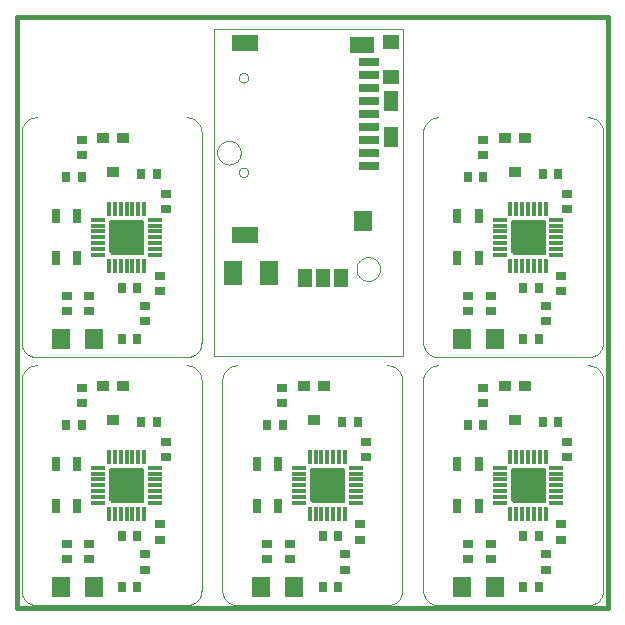
<source format=gtp>
G75*
G70*
%OFA0B0*%
%FSLAX24Y24*%
%IPPOS*%
%LPD*%
%AMOC8*
5,1,8,0,0,1.08239X$1,22.5*
%
%ADD10C,0.0160*%
%ADD11C,0.0000*%
%ADD12R,0.0118X0.0453*%
%ADD13R,0.0453X0.0118*%
%ADD14C,0.0059*%
%ADD15R,0.0276X0.0354*%
%ADD16R,0.0354X0.0276*%
%ADD17R,0.0394X0.0354*%
%ADD18R,0.0433X0.0354*%
%ADD19R,0.0315X0.0472*%
%ADD20R,0.0630X0.0709*%
%ADD21R,0.0709X0.0315*%
%ADD22R,0.0787X0.0551*%
%ADD23R,0.0866X0.0551*%
%ADD24R,0.0460X0.0630*%
%ADD25R,0.0551X0.0472*%
%ADD26R,0.0472X0.0709*%
%ADD27R,0.0591X0.0787*%
D10*
X000180Y000180D02*
X000180Y019865D01*
X019865Y019865D01*
X019865Y000180D01*
X000180Y000180D01*
D11*
X000322Y000759D02*
X000322Y007759D01*
X000324Y007803D01*
X000330Y007846D01*
X000339Y007888D01*
X000352Y007930D01*
X000369Y007970D01*
X000389Y008009D01*
X000412Y008046D01*
X000439Y008080D01*
X000468Y008113D01*
X000501Y008142D01*
X000535Y008169D01*
X000572Y008192D01*
X000611Y008212D01*
X000651Y008229D01*
X000693Y008242D01*
X000735Y008251D01*
X000778Y008257D01*
X000822Y008259D01*
X000822Y008526D02*
X005822Y008526D01*
X005866Y008528D01*
X005909Y008534D01*
X005951Y008543D01*
X005993Y008556D01*
X006033Y008573D01*
X006072Y008593D01*
X006109Y008616D01*
X006143Y008643D01*
X006176Y008672D01*
X006205Y008705D01*
X006232Y008739D01*
X006255Y008776D01*
X006275Y008815D01*
X006292Y008855D01*
X006305Y008897D01*
X006314Y008939D01*
X006320Y008982D01*
X006322Y009026D01*
X006322Y016026D01*
X006320Y016070D01*
X006314Y016113D01*
X006305Y016155D01*
X006292Y016197D01*
X006275Y016237D01*
X006255Y016276D01*
X006232Y016313D01*
X006205Y016347D01*
X006176Y016380D01*
X006143Y016409D01*
X006109Y016436D01*
X006072Y016459D01*
X006033Y016479D01*
X005993Y016496D01*
X005951Y016509D01*
X005909Y016518D01*
X005866Y016524D01*
X005822Y016526D01*
X006843Y015347D02*
X006845Y015386D01*
X006851Y015425D01*
X006861Y015463D01*
X006874Y015500D01*
X006891Y015535D01*
X006911Y015569D01*
X006935Y015600D01*
X006962Y015629D01*
X006991Y015655D01*
X007023Y015678D01*
X007057Y015698D01*
X007093Y015714D01*
X007130Y015726D01*
X007169Y015735D01*
X007208Y015740D01*
X007247Y015741D01*
X007286Y015738D01*
X007325Y015731D01*
X007362Y015720D01*
X007399Y015706D01*
X007434Y015688D01*
X007467Y015667D01*
X007498Y015642D01*
X007526Y015615D01*
X007551Y015585D01*
X007573Y015552D01*
X007592Y015518D01*
X007607Y015482D01*
X007619Y015444D01*
X007627Y015406D01*
X007631Y015367D01*
X007631Y015327D01*
X007627Y015288D01*
X007619Y015250D01*
X007607Y015212D01*
X007592Y015176D01*
X007573Y015142D01*
X007551Y015109D01*
X007526Y015079D01*
X007498Y015052D01*
X007467Y015027D01*
X007434Y015006D01*
X007399Y014988D01*
X007362Y014974D01*
X007325Y014963D01*
X007286Y014956D01*
X007247Y014953D01*
X007208Y014954D01*
X007169Y014959D01*
X007130Y014968D01*
X007093Y014980D01*
X007057Y014996D01*
X007023Y015016D01*
X006991Y015039D01*
X006962Y015065D01*
X006935Y015094D01*
X006911Y015125D01*
X006891Y015159D01*
X006874Y015194D01*
X006861Y015231D01*
X006851Y015269D01*
X006845Y015308D01*
X006843Y015347D01*
X007564Y014694D02*
X007566Y014719D01*
X007572Y014743D01*
X007581Y014765D01*
X007594Y014786D01*
X007610Y014805D01*
X007629Y014821D01*
X007650Y014834D01*
X007672Y014843D01*
X007696Y014849D01*
X007721Y014851D01*
X007746Y014849D01*
X007770Y014843D01*
X007792Y014834D01*
X007813Y014821D01*
X007832Y014805D01*
X007848Y014786D01*
X007861Y014765D01*
X007870Y014743D01*
X007876Y014719D01*
X007878Y014694D01*
X007876Y014669D01*
X007870Y014645D01*
X007861Y014623D01*
X007848Y014602D01*
X007832Y014583D01*
X007813Y014567D01*
X007792Y014554D01*
X007770Y014545D01*
X007746Y014539D01*
X007721Y014537D01*
X007696Y014539D01*
X007672Y014545D01*
X007650Y014554D01*
X007629Y014567D01*
X007610Y014583D01*
X007594Y014602D01*
X007581Y014623D01*
X007572Y014645D01*
X007566Y014669D01*
X007564Y014694D01*
X007564Y017843D02*
X007566Y017868D01*
X007572Y017892D01*
X007581Y017914D01*
X007594Y017935D01*
X007610Y017954D01*
X007629Y017970D01*
X007650Y017983D01*
X007672Y017992D01*
X007696Y017998D01*
X007721Y018000D01*
X007746Y017998D01*
X007770Y017992D01*
X007792Y017983D01*
X007813Y017970D01*
X007832Y017954D01*
X007848Y017935D01*
X007861Y017914D01*
X007870Y017892D01*
X007876Y017868D01*
X007878Y017843D01*
X007876Y017818D01*
X007870Y017794D01*
X007861Y017772D01*
X007848Y017751D01*
X007832Y017732D01*
X007813Y017716D01*
X007792Y017703D01*
X007770Y017694D01*
X007746Y017688D01*
X007721Y017686D01*
X007696Y017688D01*
X007672Y017694D01*
X007650Y017703D01*
X007629Y017716D01*
X007610Y017732D01*
X007594Y017751D01*
X007581Y017772D01*
X007572Y017794D01*
X007566Y017818D01*
X007564Y017843D01*
X006745Y019481D02*
X013044Y019481D01*
X013044Y008556D01*
X006745Y008556D01*
X006745Y019481D01*
X000822Y016526D02*
X000778Y016524D01*
X000735Y016518D01*
X000693Y016509D01*
X000651Y016496D01*
X000611Y016479D01*
X000572Y016459D01*
X000535Y016436D01*
X000501Y016409D01*
X000468Y016380D01*
X000439Y016347D01*
X000412Y016313D01*
X000389Y016276D01*
X000369Y016237D01*
X000352Y016197D01*
X000339Y016155D01*
X000330Y016113D01*
X000324Y016070D01*
X000322Y016026D01*
X000322Y009026D01*
X000324Y008982D01*
X000330Y008939D01*
X000339Y008897D01*
X000352Y008855D01*
X000369Y008815D01*
X000389Y008776D01*
X000412Y008739D01*
X000439Y008705D01*
X000468Y008672D01*
X000501Y008643D01*
X000535Y008616D01*
X000572Y008593D01*
X000611Y008573D01*
X000651Y008556D01*
X000693Y008543D01*
X000735Y008534D01*
X000778Y008528D01*
X000822Y008526D01*
X005822Y008259D02*
X005866Y008257D01*
X005909Y008251D01*
X005951Y008242D01*
X005993Y008229D01*
X006033Y008212D01*
X006072Y008192D01*
X006109Y008169D01*
X006143Y008142D01*
X006176Y008113D01*
X006205Y008080D01*
X006232Y008046D01*
X006255Y008009D01*
X006275Y007970D01*
X006292Y007930D01*
X006305Y007888D01*
X006314Y007846D01*
X006320Y007803D01*
X006322Y007759D01*
X006322Y000759D01*
X006320Y000715D01*
X006314Y000672D01*
X006305Y000630D01*
X006292Y000588D01*
X006275Y000548D01*
X006255Y000509D01*
X006232Y000472D01*
X006205Y000438D01*
X006176Y000405D01*
X006143Y000376D01*
X006109Y000349D01*
X006072Y000326D01*
X006033Y000306D01*
X005993Y000289D01*
X005951Y000276D01*
X005909Y000267D01*
X005866Y000261D01*
X005822Y000259D01*
X000822Y000259D01*
X000778Y000261D01*
X000735Y000267D01*
X000693Y000276D01*
X000651Y000289D01*
X000611Y000306D01*
X000572Y000326D01*
X000535Y000349D01*
X000501Y000376D01*
X000468Y000405D01*
X000439Y000438D01*
X000412Y000472D01*
X000389Y000509D01*
X000369Y000548D01*
X000352Y000588D01*
X000339Y000630D01*
X000330Y000672D01*
X000324Y000715D01*
X000322Y000759D01*
X007015Y000759D02*
X007015Y007759D01*
X007017Y007803D01*
X007023Y007846D01*
X007032Y007888D01*
X007045Y007930D01*
X007062Y007970D01*
X007082Y008009D01*
X007105Y008046D01*
X007132Y008080D01*
X007161Y008113D01*
X007194Y008142D01*
X007228Y008169D01*
X007265Y008192D01*
X007304Y008212D01*
X007344Y008229D01*
X007386Y008242D01*
X007428Y008251D01*
X007471Y008257D01*
X007515Y008259D01*
X011489Y011469D02*
X011491Y011508D01*
X011497Y011547D01*
X011507Y011585D01*
X011520Y011622D01*
X011537Y011657D01*
X011557Y011691D01*
X011581Y011722D01*
X011608Y011751D01*
X011637Y011777D01*
X011669Y011800D01*
X011703Y011820D01*
X011739Y011836D01*
X011776Y011848D01*
X011815Y011857D01*
X011854Y011862D01*
X011893Y011863D01*
X011932Y011860D01*
X011971Y011853D01*
X012008Y011842D01*
X012045Y011828D01*
X012080Y011810D01*
X012113Y011789D01*
X012144Y011764D01*
X012172Y011737D01*
X012197Y011707D01*
X012219Y011674D01*
X012238Y011640D01*
X012253Y011604D01*
X012265Y011566D01*
X012273Y011528D01*
X012277Y011489D01*
X012277Y011449D01*
X012273Y011410D01*
X012265Y011372D01*
X012253Y011334D01*
X012238Y011298D01*
X012219Y011264D01*
X012197Y011231D01*
X012172Y011201D01*
X012144Y011174D01*
X012113Y011149D01*
X012080Y011128D01*
X012045Y011110D01*
X012008Y011096D01*
X011971Y011085D01*
X011932Y011078D01*
X011893Y011075D01*
X011854Y011076D01*
X011815Y011081D01*
X011776Y011090D01*
X011739Y011102D01*
X011703Y011118D01*
X011669Y011138D01*
X011637Y011161D01*
X011608Y011187D01*
X011581Y011216D01*
X011557Y011247D01*
X011537Y011281D01*
X011520Y011316D01*
X011507Y011353D01*
X011497Y011391D01*
X011491Y011430D01*
X011489Y011469D01*
X013708Y009026D02*
X013708Y016026D01*
X013710Y016070D01*
X013716Y016113D01*
X013725Y016155D01*
X013738Y016197D01*
X013755Y016237D01*
X013775Y016276D01*
X013798Y016313D01*
X013825Y016347D01*
X013854Y016380D01*
X013887Y016409D01*
X013921Y016436D01*
X013958Y016459D01*
X013997Y016479D01*
X014037Y016496D01*
X014079Y016509D01*
X014121Y016518D01*
X014164Y016524D01*
X014208Y016526D01*
X019208Y016526D02*
X019252Y016524D01*
X019295Y016518D01*
X019337Y016509D01*
X019379Y016496D01*
X019419Y016479D01*
X019458Y016459D01*
X019495Y016436D01*
X019529Y016409D01*
X019562Y016380D01*
X019591Y016347D01*
X019618Y016313D01*
X019641Y016276D01*
X019661Y016237D01*
X019678Y016197D01*
X019691Y016155D01*
X019700Y016113D01*
X019706Y016070D01*
X019708Y016026D01*
X019708Y009026D01*
X019706Y008982D01*
X019700Y008939D01*
X019691Y008897D01*
X019678Y008855D01*
X019661Y008815D01*
X019641Y008776D01*
X019618Y008739D01*
X019591Y008705D01*
X019562Y008672D01*
X019529Y008643D01*
X019495Y008616D01*
X019458Y008593D01*
X019419Y008573D01*
X019379Y008556D01*
X019337Y008543D01*
X019295Y008534D01*
X019252Y008528D01*
X019208Y008526D01*
X014208Y008526D01*
X014164Y008528D01*
X014121Y008534D01*
X014079Y008543D01*
X014037Y008556D01*
X013997Y008573D01*
X013958Y008593D01*
X013921Y008616D01*
X013887Y008643D01*
X013854Y008672D01*
X013825Y008705D01*
X013798Y008739D01*
X013775Y008776D01*
X013755Y008815D01*
X013738Y008855D01*
X013725Y008897D01*
X013716Y008939D01*
X013710Y008982D01*
X013708Y009026D01*
X013708Y007759D02*
X013708Y000759D01*
X013710Y000715D01*
X013716Y000672D01*
X013725Y000630D01*
X013738Y000588D01*
X013755Y000548D01*
X013775Y000509D01*
X013798Y000472D01*
X013825Y000438D01*
X013854Y000405D01*
X013887Y000376D01*
X013921Y000349D01*
X013958Y000326D01*
X013997Y000306D01*
X014037Y000289D01*
X014079Y000276D01*
X014121Y000267D01*
X014164Y000261D01*
X014208Y000259D01*
X019208Y000259D01*
X019252Y000261D01*
X019295Y000267D01*
X019337Y000276D01*
X019379Y000289D01*
X019419Y000306D01*
X019458Y000326D01*
X019495Y000349D01*
X019529Y000376D01*
X019562Y000405D01*
X019591Y000438D01*
X019618Y000472D01*
X019641Y000509D01*
X019661Y000548D01*
X019678Y000588D01*
X019691Y000630D01*
X019700Y000672D01*
X019706Y000715D01*
X019708Y000759D01*
X019708Y007759D01*
X019706Y007803D01*
X019700Y007846D01*
X019691Y007888D01*
X019678Y007930D01*
X019661Y007970D01*
X019641Y008009D01*
X019618Y008046D01*
X019591Y008080D01*
X019562Y008113D01*
X019529Y008142D01*
X019495Y008169D01*
X019458Y008192D01*
X019419Y008212D01*
X019379Y008229D01*
X019337Y008242D01*
X019295Y008251D01*
X019252Y008257D01*
X019208Y008259D01*
X014208Y008259D02*
X014164Y008257D01*
X014121Y008251D01*
X014079Y008242D01*
X014037Y008229D01*
X013997Y008212D01*
X013958Y008192D01*
X013921Y008169D01*
X013887Y008142D01*
X013854Y008113D01*
X013825Y008080D01*
X013798Y008046D01*
X013775Y008009D01*
X013755Y007970D01*
X013738Y007930D01*
X013725Y007888D01*
X013716Y007846D01*
X013710Y007803D01*
X013708Y007759D01*
X013015Y007759D02*
X013015Y000759D01*
X013013Y000715D01*
X013007Y000672D01*
X012998Y000630D01*
X012985Y000588D01*
X012968Y000548D01*
X012948Y000509D01*
X012925Y000472D01*
X012898Y000438D01*
X012869Y000405D01*
X012836Y000376D01*
X012802Y000349D01*
X012765Y000326D01*
X012726Y000306D01*
X012686Y000289D01*
X012644Y000276D01*
X012602Y000267D01*
X012559Y000261D01*
X012515Y000259D01*
X007515Y000259D01*
X007471Y000261D01*
X007428Y000267D01*
X007386Y000276D01*
X007344Y000289D01*
X007304Y000306D01*
X007265Y000326D01*
X007228Y000349D01*
X007194Y000376D01*
X007161Y000405D01*
X007132Y000438D01*
X007105Y000472D01*
X007082Y000509D01*
X007062Y000548D01*
X007045Y000588D01*
X007032Y000630D01*
X007023Y000672D01*
X007017Y000715D01*
X007015Y000759D01*
X013015Y007759D02*
X013013Y007803D01*
X013007Y007846D01*
X012998Y007888D01*
X012985Y007930D01*
X012968Y007970D01*
X012948Y008009D01*
X012925Y008046D01*
X012898Y008080D01*
X012869Y008113D01*
X012836Y008142D01*
X012802Y008169D01*
X012765Y008192D01*
X012726Y008212D01*
X012686Y008229D01*
X012644Y008242D01*
X012602Y008251D01*
X012559Y008257D01*
X012515Y008259D01*
D12*
X011105Y005204D03*
X010908Y005204D03*
X010711Y005204D03*
X010515Y005204D03*
X010318Y005204D03*
X010121Y005204D03*
X009924Y005204D03*
X009924Y003314D03*
X010121Y003314D03*
X010318Y003314D03*
X010515Y003314D03*
X010711Y003314D03*
X010908Y003314D03*
X011105Y003314D03*
X016617Y003314D03*
X016814Y003314D03*
X017011Y003314D03*
X017208Y003314D03*
X017404Y003314D03*
X017601Y003314D03*
X017798Y003314D03*
X017798Y005204D03*
X017601Y005204D03*
X017404Y005204D03*
X017208Y005204D03*
X017011Y005204D03*
X016814Y005204D03*
X016617Y005204D03*
X016617Y011582D03*
X016814Y011582D03*
X017011Y011582D03*
X017208Y011582D03*
X017404Y011582D03*
X017601Y011582D03*
X017798Y011582D03*
X017798Y013471D03*
X017601Y013471D03*
X017404Y013471D03*
X017208Y013471D03*
X017011Y013471D03*
X016814Y013471D03*
X016617Y013471D03*
X004412Y013471D03*
X004215Y013471D03*
X004019Y013471D03*
X003822Y013471D03*
X003625Y013471D03*
X003428Y013471D03*
X003231Y013471D03*
X003231Y011582D03*
X003428Y011582D03*
X003625Y011582D03*
X003822Y011582D03*
X004019Y011582D03*
X004215Y011582D03*
X004412Y011582D03*
X004412Y005204D03*
X004215Y005204D03*
X004019Y005204D03*
X003822Y005204D03*
X003625Y005204D03*
X003428Y005204D03*
X003231Y005204D03*
X003231Y003314D03*
X003428Y003314D03*
X003625Y003314D03*
X003822Y003314D03*
X004019Y003314D03*
X004215Y003314D03*
X004412Y003314D03*
D13*
X004767Y003668D03*
X004767Y003865D03*
X004767Y004062D03*
X004767Y004259D03*
X004767Y004456D03*
X004767Y004652D03*
X004767Y004849D03*
X002877Y004849D03*
X002877Y004652D03*
X002877Y004456D03*
X002877Y004259D03*
X002877Y004062D03*
X002877Y003865D03*
X002877Y003668D03*
X009570Y003668D03*
X009570Y003865D03*
X009570Y004062D03*
X009570Y004259D03*
X009570Y004456D03*
X009570Y004652D03*
X009570Y004849D03*
X011460Y004849D03*
X011460Y004652D03*
X011460Y004456D03*
X011460Y004259D03*
X011460Y004062D03*
X011460Y003865D03*
X011460Y003668D03*
X016263Y003668D03*
X016263Y003865D03*
X016263Y004062D03*
X016263Y004259D03*
X016263Y004456D03*
X016263Y004652D03*
X016263Y004849D03*
X018152Y004849D03*
X018152Y004652D03*
X018152Y004456D03*
X018152Y004259D03*
X018152Y004062D03*
X018152Y003865D03*
X018152Y003668D03*
X018152Y011936D03*
X018152Y012133D03*
X018152Y012330D03*
X018152Y012526D03*
X018152Y012723D03*
X018152Y012920D03*
X018152Y013117D03*
X016263Y013117D03*
X016263Y012920D03*
X016263Y012723D03*
X016263Y012526D03*
X016263Y012330D03*
X016263Y012133D03*
X016263Y011936D03*
X004767Y011936D03*
X004767Y012133D03*
X004767Y012330D03*
X004767Y012526D03*
X004767Y012723D03*
X004767Y012920D03*
X004767Y013117D03*
X002877Y013117D03*
X002877Y012920D03*
X002877Y012723D03*
X002877Y012526D03*
X002877Y012330D03*
X002877Y012133D03*
X002877Y011936D03*
D14*
X003271Y012054D02*
X003271Y013078D01*
X004373Y013078D01*
X004373Y011975D01*
X003349Y011975D01*
X003338Y012002D01*
X003320Y012024D01*
X003297Y012042D01*
X003271Y012054D01*
X003305Y012036D02*
X004373Y012036D01*
X004373Y011979D02*
X003348Y011979D01*
X003271Y012094D02*
X004373Y012094D01*
X004373Y012152D02*
X003271Y012152D01*
X003271Y012209D02*
X004373Y012209D01*
X004373Y012267D02*
X003271Y012267D01*
X003271Y012324D02*
X004373Y012324D01*
X004373Y012382D02*
X003271Y012382D01*
X003271Y012439D02*
X004373Y012439D01*
X004373Y012497D02*
X003271Y012497D01*
X003271Y012554D02*
X004373Y012554D01*
X004373Y012612D02*
X003271Y012612D01*
X003271Y012670D02*
X004373Y012670D01*
X004373Y012727D02*
X003271Y012727D01*
X003271Y012785D02*
X004373Y012785D01*
X004373Y012842D02*
X003271Y012842D01*
X003271Y012900D02*
X004373Y012900D01*
X004373Y012957D02*
X003271Y012957D01*
X003271Y013015D02*
X004373Y013015D01*
X004373Y013072D02*
X003271Y013072D01*
X003271Y004810D02*
X004373Y004810D01*
X004373Y003708D01*
X003349Y003708D01*
X003338Y003734D01*
X003320Y003757D01*
X003297Y003775D01*
X003271Y003786D01*
X003271Y004810D01*
X003271Y004784D02*
X004373Y004784D01*
X004373Y004727D02*
X003271Y004727D01*
X003271Y004669D02*
X004373Y004669D01*
X004373Y004612D02*
X003271Y004612D01*
X003271Y004554D02*
X004373Y004554D01*
X004373Y004497D02*
X003271Y004497D01*
X003271Y004439D02*
X004373Y004439D01*
X004373Y004382D02*
X003271Y004382D01*
X003271Y004324D02*
X004373Y004324D01*
X004373Y004266D02*
X003271Y004266D01*
X003271Y004209D02*
X004373Y004209D01*
X004373Y004151D02*
X003271Y004151D01*
X003271Y004094D02*
X004373Y004094D01*
X004373Y004036D02*
X003271Y004036D01*
X003271Y003979D02*
X004373Y003979D01*
X004373Y003921D02*
X003271Y003921D01*
X003271Y003864D02*
X004373Y003864D01*
X004373Y003806D02*
X003271Y003806D01*
X003326Y003748D02*
X004373Y003748D01*
X009963Y003786D02*
X009963Y004810D01*
X011066Y004810D01*
X011066Y003708D01*
X010042Y003708D01*
X010030Y003734D01*
X010013Y003757D01*
X009990Y003775D01*
X009963Y003786D01*
X009963Y003806D02*
X011066Y003806D01*
X011066Y003864D02*
X009963Y003864D01*
X009963Y003921D02*
X011066Y003921D01*
X011066Y003979D02*
X009963Y003979D01*
X009963Y004036D02*
X011066Y004036D01*
X011066Y004094D02*
X009963Y004094D01*
X009963Y004151D02*
X011066Y004151D01*
X011066Y004209D02*
X009963Y004209D01*
X009963Y004266D02*
X011066Y004266D01*
X011066Y004324D02*
X009963Y004324D01*
X009963Y004382D02*
X011066Y004382D01*
X011066Y004439D02*
X009963Y004439D01*
X009963Y004497D02*
X011066Y004497D01*
X011066Y004554D02*
X009963Y004554D01*
X009963Y004612D02*
X011066Y004612D01*
X011066Y004669D02*
X009963Y004669D01*
X009963Y004727D02*
X011066Y004727D01*
X011066Y004784D02*
X009963Y004784D01*
X010019Y003748D02*
X011066Y003748D01*
X016656Y003786D02*
X016656Y004810D01*
X017759Y004810D01*
X017759Y003708D01*
X016735Y003708D01*
X016723Y003734D01*
X016706Y003757D01*
X016683Y003775D01*
X016656Y003786D01*
X016656Y003806D02*
X017759Y003806D01*
X017759Y003864D02*
X016656Y003864D01*
X016656Y003921D02*
X017759Y003921D01*
X017759Y003979D02*
X016656Y003979D01*
X016656Y004036D02*
X017759Y004036D01*
X017759Y004094D02*
X016656Y004094D01*
X016656Y004151D02*
X017759Y004151D01*
X017759Y004209D02*
X016656Y004209D01*
X016656Y004266D02*
X017759Y004266D01*
X017759Y004324D02*
X016656Y004324D01*
X016656Y004382D02*
X017759Y004382D01*
X017759Y004439D02*
X016656Y004439D01*
X016656Y004497D02*
X017759Y004497D01*
X017759Y004554D02*
X016656Y004554D01*
X016656Y004612D02*
X017759Y004612D01*
X017759Y004669D02*
X016656Y004669D01*
X016656Y004727D02*
X017759Y004727D01*
X017759Y004784D02*
X016656Y004784D01*
X016712Y003748D02*
X017759Y003748D01*
X017759Y011975D02*
X016735Y011975D01*
X016723Y012002D01*
X016706Y012024D01*
X016683Y012042D01*
X016656Y012054D01*
X016656Y013078D01*
X017759Y013078D01*
X017759Y011975D01*
X017759Y011979D02*
X016734Y011979D01*
X016690Y012036D02*
X017759Y012036D01*
X017759Y012094D02*
X016656Y012094D01*
X016656Y012152D02*
X017759Y012152D01*
X017759Y012209D02*
X016656Y012209D01*
X016656Y012267D02*
X017759Y012267D01*
X017759Y012324D02*
X016656Y012324D01*
X016656Y012382D02*
X017759Y012382D01*
X017759Y012439D02*
X016656Y012439D01*
X016656Y012497D02*
X017759Y012497D01*
X017759Y012554D02*
X016656Y012554D01*
X016656Y012612D02*
X017759Y012612D01*
X017759Y012670D02*
X016656Y012670D01*
X016656Y012727D02*
X017759Y012727D01*
X017759Y012785D02*
X016656Y012785D01*
X016656Y012842D02*
X017759Y012842D01*
X017759Y012900D02*
X016656Y012900D01*
X016656Y012957D02*
X017759Y012957D01*
X017759Y013015D02*
X016656Y013015D01*
X016656Y013072D02*
X017759Y013072D01*
D15*
X017702Y014626D03*
X018213Y014626D03*
X015713Y014526D03*
X015202Y014526D03*
X017052Y010826D03*
X017563Y010826D03*
X017563Y009126D03*
X017052Y009126D03*
X017702Y006359D03*
X018213Y006359D03*
X015713Y006259D03*
X015202Y006259D03*
X011521Y006359D03*
X011009Y006359D03*
X009021Y006259D03*
X008509Y006259D03*
X004828Y006359D03*
X004316Y006359D03*
X002328Y006259D03*
X001816Y006259D03*
X003666Y009126D03*
X004178Y009126D03*
X004178Y010826D03*
X003666Y010826D03*
X002328Y014526D03*
X001816Y014526D03*
X004316Y014626D03*
X004828Y014626D03*
X004178Y002559D03*
X003666Y002559D03*
X003666Y000859D03*
X004178Y000859D03*
X010359Y000859D03*
X010871Y000859D03*
X010871Y002559D03*
X010359Y002559D03*
X017052Y002559D03*
X017563Y002559D03*
X017563Y000859D03*
X017052Y000859D03*
D16*
X017808Y001453D03*
X017808Y001965D03*
X018308Y002453D03*
X018308Y002965D03*
X018508Y005203D03*
X018508Y005715D03*
X015708Y007003D03*
X015708Y007515D03*
X017808Y009721D03*
X017808Y010232D03*
X018308Y010721D03*
X018308Y011232D03*
X018508Y013471D03*
X018508Y013982D03*
X015708Y015271D03*
X015708Y015782D03*
X015958Y010582D03*
X015958Y010071D03*
X015208Y010071D03*
X015208Y010582D03*
X011815Y005715D03*
X011815Y005203D03*
X011615Y002965D03*
X011615Y002453D03*
X011115Y001965D03*
X011115Y001453D03*
X009265Y001803D03*
X009265Y002315D03*
X008515Y002315D03*
X008515Y001803D03*
X005122Y005203D03*
X005122Y005715D03*
X004922Y002965D03*
X004922Y002453D03*
X004422Y001965D03*
X004422Y001453D03*
X002572Y001803D03*
X002572Y002315D03*
X001822Y002315D03*
X001822Y001803D03*
X002322Y007003D03*
X002322Y007515D03*
X004422Y009721D03*
X004422Y010232D03*
X004922Y010721D03*
X004922Y011232D03*
X005122Y013471D03*
X005122Y013982D03*
X002322Y015271D03*
X002322Y015782D03*
X002572Y010582D03*
X002572Y010071D03*
X001822Y010071D03*
X001822Y010582D03*
X009015Y007515D03*
X009015Y007003D03*
X015208Y002315D03*
X015208Y001803D03*
X015958Y001803D03*
X015958Y002315D03*
D17*
X016423Y007580D03*
X017092Y007580D03*
X010399Y007580D03*
X009730Y007580D03*
X003706Y007580D03*
X003037Y007580D03*
X003037Y015847D03*
X003706Y015847D03*
X016423Y015847D03*
X017092Y015847D03*
D18*
X016758Y014706D03*
X016758Y006438D03*
X010065Y006438D03*
X003372Y006438D03*
X003372Y014706D03*
D19*
X002176Y013226D03*
X001467Y013226D03*
X001467Y011826D03*
X002176Y011826D03*
X002176Y004959D03*
X001467Y004959D03*
X001467Y003559D03*
X002176Y003559D03*
X008160Y003559D03*
X008869Y003559D03*
X008869Y004959D03*
X008160Y004959D03*
X014853Y004959D03*
X015562Y004959D03*
X015562Y003559D03*
X014853Y003559D03*
X014853Y011826D03*
X015562Y011826D03*
X015562Y013226D03*
X014853Y013226D03*
D20*
X011698Y013080D03*
X015006Y009126D03*
X016109Y009126D03*
X016109Y000859D03*
X015006Y000859D03*
X009416Y000859D03*
X008313Y000859D03*
X002723Y000859D03*
X001621Y000859D03*
X001621Y009126D03*
X002723Y009126D03*
D21*
X011895Y014910D03*
X011895Y015343D03*
X011895Y015776D03*
X011895Y016210D03*
X011895Y016643D03*
X011895Y017076D03*
X011895Y017509D03*
X011895Y017942D03*
X011895Y018375D03*
D22*
X011658Y018946D03*
D23*
X007780Y019005D03*
X007780Y012587D03*
D24*
X009759Y011158D03*
X010359Y011158D03*
X010959Y011158D03*
D25*
X012641Y017867D03*
X012641Y019048D03*
D26*
X012641Y017065D03*
X012641Y015885D03*
D27*
X008566Y011341D03*
X007385Y011341D03*
M02*

</source>
